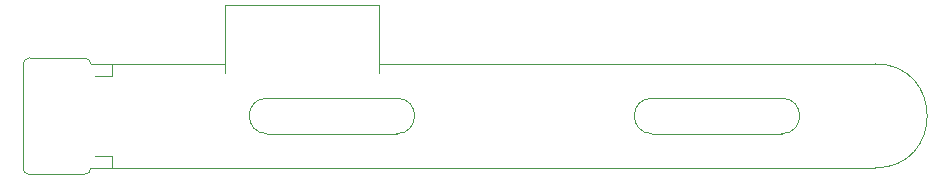
<source format=gm1>
%TF.GenerationSoftware,KiCad,Pcbnew,9.0.1*%
%TF.CreationDate,2025-10-31T22:00:19-04:00*%
%TF.ProjectId,flex_usb_board,666c6578-5f75-4736-925f-626f6172642e,rev?*%
%TF.SameCoordinates,Original*%
%TF.FileFunction,Profile,NP*%
%FSLAX46Y46*%
G04 Gerber Fmt 4.6, Leading zero omitted, Abs format (unit mm)*
G04 Created by KiCad (PCBNEW 9.0.1) date 2025-10-31 22:00:19*
%MOMM*%
%LPD*%
G01*
G04 APERTURE LIST*
%TA.AperFunction,Profile*%
%ADD10C,0.050000*%
%TD*%
G04 APERTURE END LIST*
D10*
X141750000Y-96800000D02*
X171750000Y-96800000D01*
X107150000Y-96800000D02*
X116700000Y-96800000D01*
X152850000Y-99700000D02*
X163850000Y-99700000D01*
X129700000Y-96800000D02*
X141750000Y-96800000D01*
X171750000Y-105600000D02*
X141750000Y-105600000D01*
X105550000Y-96800000D02*
X107150000Y-96800000D01*
X163850000Y-99700000D02*
G75*
G02*
X163850000Y-102700000I0J-1500000D01*
G01*
X100600000Y-106150000D02*
X104800000Y-106150000D01*
X100138908Y-106161091D02*
G75*
G02*
X99588909Y-105611091I-8J549991D01*
G01*
X99600000Y-96849999D02*
G75*
G02*
X100150000Y-96300000I550000J-1D01*
G01*
X107150000Y-104600000D02*
X105650000Y-104600000D01*
X131250000Y-99700000D02*
X120250000Y-99700000D01*
X105350000Y-105600000D02*
G75*
G02*
X104800000Y-106150000I-550000J0D01*
G01*
X99588909Y-105611091D02*
X99600000Y-96850000D01*
X120250000Y-102700000D02*
G75*
G02*
X120250000Y-99700000I0J1500000D01*
G01*
X118200000Y-91800000D02*
X116700000Y-91800000D01*
X129700000Y-96800000D02*
X129700000Y-97600000D01*
X107150000Y-97800000D02*
X105650000Y-97800000D01*
X131250000Y-102700000D02*
X120250000Y-102700000D01*
X152850000Y-102700000D02*
X163850000Y-102700000D01*
X129700000Y-91800000D02*
X129700000Y-96800000D01*
X171750000Y-96800000D02*
G75*
G02*
X171750000Y-105600000I0J-4400000D01*
G01*
X141750000Y-105600000D02*
X105350000Y-105600000D01*
X107150000Y-105600000D02*
X107150000Y-104600000D01*
X129700000Y-91800000D02*
X128200000Y-91800000D01*
X116700000Y-91800000D02*
X116700000Y-96800000D01*
X152850000Y-102700000D02*
G75*
G02*
X152850000Y-99700000I0J1500000D01*
G01*
X131250000Y-99700000D02*
G75*
G02*
X131250000Y-102700000I0J-1500000D01*
G01*
X116700000Y-96800000D02*
X116700000Y-97600000D01*
X104811091Y-96297732D02*
G75*
G02*
X105361100Y-96799999I9J-552268D01*
G01*
X105550000Y-96800000D02*
X105350000Y-96800000D01*
X100150000Y-96300000D02*
X104811100Y-96297732D01*
X107150000Y-96800000D02*
X107150000Y-97800000D01*
X100138908Y-106161091D02*
X100600000Y-106150000D01*
%TO.C,REF\u002A\u002A*%
X118200000Y-91800000D02*
X128200000Y-91800000D01*
%TD*%
M02*

</source>
